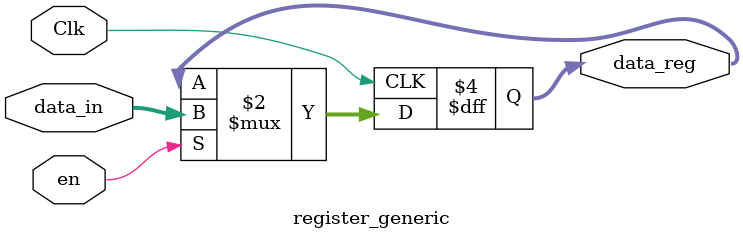
<source format=sv>
module register_generic ( // Generic 16-bit rising edge register
	input logic Clk, en,
	input logic [15:0] data_in,
	output logic [15:0] data_reg
);

always_ff @ (posedge Clk)
begin
	if(en)
		data_reg <= data_in;
end

endmodule 



/*
module register_file ( // Generic 16-bit rising edge register
	input logic Clk, en, LD_REG, DR, SR, 	//added LD_REG, DR, SR for 2:1 mux selects and load enabling
	input logic [15:0] data_in, IR,			// IR added
	output logic [15:0] SR1, SR2			// SR 1&2 are outputs of this module
);

always_ff @ (posedge Clk && LD_REG)			// added && LD_REG to only be enabled when high, not sure if this is its correct function/purpose or syntax tbh


//from above example
begin
	if(en)
		data_reg <= data_in;
end


always_comb
begin
	SR2[2:0] = IR[11:9];					// this segment controls the SR2 register output with the DR mux
	if(DR)
		SR2[2:0] = 3'b1;

	SR1[2:0] = IR[8:6];						// this controls the SR1 register output with the SR1mux
	if (SR)
		SR1[2:0] = IR[11:9];
	
end

endmodule 
*/
</source>
